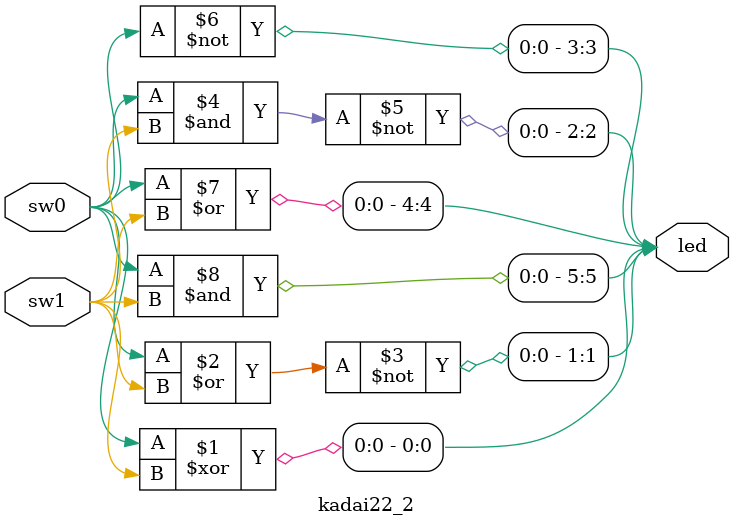
<source format=v>
module kadai22_2(sw0, sw1, led);
    input sw0, sw1;
    output [5:0] led;

    assign led = {
        sw0 & sw1,
        sw0 | sw1,
        ~sw0,
        ~(sw0 & sw1),
        ~(sw0 | sw1),
        sw0 ^ sw1
    };

endmodule

</source>
